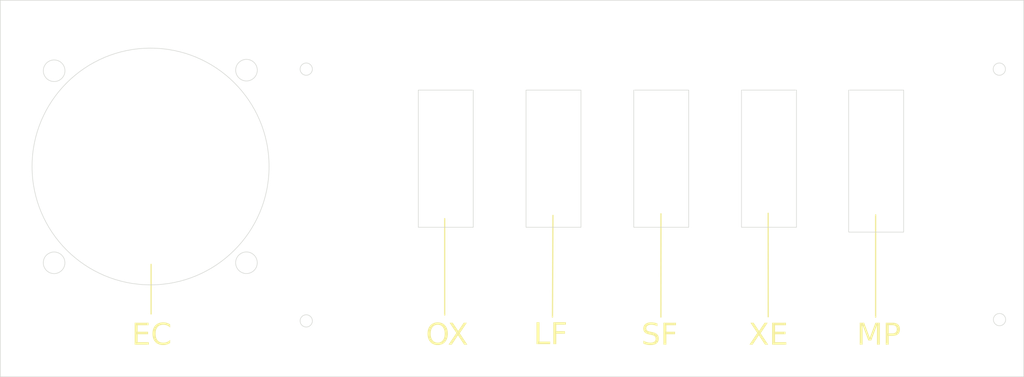
<source format=kicad_pcb>
(kicad_pcb (version 20221018) (generator pcbnew)

  (general
    (thickness 1.6)
  )

  (paper "A4")
  (layers
    (0 "F.Cu" signal)
    (31 "B.Cu" signal)
    (32 "B.Adhes" user "B.Adhesive")
    (33 "F.Adhes" user "F.Adhesive")
    (34 "B.Paste" user)
    (35 "F.Paste" user)
    (36 "B.SilkS" user "B.Silkscreen")
    (37 "F.SilkS" user "F.Silkscreen")
    (38 "B.Mask" user)
    (39 "F.Mask" user)
    (40 "Dwgs.User" user "User.Drawings")
    (41 "Cmts.User" user "User.Comments")
    (42 "Eco1.User" user "User.Eco1")
    (43 "Eco2.User" user "User.Eco2")
    (44 "Edge.Cuts" user)
    (45 "Margin" user)
    (46 "B.CrtYd" user "B.Courtyard")
    (47 "F.CrtYd" user "F.Courtyard")
    (48 "B.Fab" user)
    (49 "F.Fab" user)
    (50 "User.1" user)
    (51 "User.2" user)
    (52 "User.3" user)
    (53 "User.4" user)
    (54 "User.5" user)
    (55 "User.6" user)
    (56 "User.7" user)
    (57 "User.8" user)
    (58 "User.9" user)
  )

  (setup
    (pad_to_mask_clearance 0)
    (pcbplotparams
      (layerselection 0x00010fc_ffffffff)
      (plot_on_all_layers_selection 0x0000000_00000000)
      (disableapertmacros false)
      (usegerberextensions false)
      (usegerberattributes true)
      (usegerberadvancedattributes true)
      (creategerberjobfile true)
      (dashed_line_dash_ratio 12.000000)
      (dashed_line_gap_ratio 3.000000)
      (svgprecision 4)
      (plotframeref false)
      (viasonmask false)
      (mode 1)
      (useauxorigin false)
      (hpglpennumber 1)
      (hpglpenspeed 20)
      (hpglpendiameter 15.000000)
      (dxfpolygonmode true)
      (dxfimperialunits true)
      (dxfusepcbnewfont true)
      (psnegative false)
      (psa4output false)
      (plotreference true)
      (plotvalue true)
      (plotinvisibletext false)
      (sketchpadsonfab false)
      (subtractmaskfromsilk false)
      (outputformat 1)
      (mirror false)
      (drillshape 1)
      (scaleselection 1)
      (outputdirectory "")
    )
  )

  (net 0 "")

  (gr_line (start 102.6 40) (end 102.51 58.88)
    (stroke (width 0.25) (type default)) (layer "F.SilkS") (tstamp 184fc995-2e56-438c-868e-202733247cee))
  (gr_line (start 162.5 39.9) (end 162.5 58.9)
    (stroke (width 0.25) (type default)) (layer "F.SilkS") (tstamp 6f205ed2-4bd0-4a89-9c34-375f8ce6d5dc))
  (gr_line (start 142.55 39.6) (end 142.56 58.83)
    (stroke (width 0.25) (type default)) (layer "F.SilkS") (tstamp 7a0b3623-a5ef-4caf-b4ff-bdca2db9245c))
  (gr_line (start 28 49.1) (end 28 58.3)
    (stroke (width 0.25) (type default)) (layer "F.SilkS") (tstamp 7db0034b-c995-4e64-a488-d2569b6033d7))
  (gr_line (start 82.5 40.6) (end 82.5 58.5)
    (stroke (width 0.25) (type default)) (layer "F.SilkS") (tstamp a3e383f4-99b9-47fd-b7f1-635da89289f7))
  (gr_line (start 122.65 39.7) (end 122.64 58.88)
    (stroke (width 0.25) (type default)) (layer "F.SilkS") (tstamp f14d3067-9a81-4e95-8fe8-44e1755a63db))
  (gr_circle (center 45.70771 12.99229) (end 47.00771 14.52229)
    (stroke (width 0.1) (type default)) (fill none) (layer "Edge.Cuts") (tstamp 062af612-d4c8-43cb-9bec-cf858486a8bc))
  (gr_rect (start 137.6 16.7) (end 147.8 42.2)
    (stroke (width 0.1) (type default)) (fill none) (layer "Edge.Cuts") (tstamp 0e5db65e-a07b-497a-a017-6e3ecc12315a))
  (gr_circle (center 9.99229 48.8) (end 11.29229 50.33)
    (stroke (width 0.1) (type default)) (fill none) (layer "Edge.Cuts") (tstamp 3a7f3aa5-54e1-45e6-966f-b151d619cd21))
  (gr_rect (start 157.5 16.7) (end 167.7 43.1)
    (stroke (width 0.1) (type default)) (fill none) (layer "Edge.Cuts") (tstamp 420945c5-d70b-451e-b681-5cea18ffe300))
  (gr_rect (start 117.6 16.7) (end 127.8 42.2)
    (stroke (width 0.1) (type default)) (fill none) (layer "Edge.Cuts") (tstamp 50b6d9cc-6f63-4704-a9c5-116d6bf31936))
  (gr_circle (center 56.8 12.8) (end 57.5 13.7)
    (stroke (width 0.1) (type default)) (fill none) (layer "Edge.Cuts") (tstamp 6278385c-3b9c-4b5d-856e-d840f8de3f9a))
  (gr_circle (center 27.9 30.9) (end 49.9 30.9)
    (stroke (width 0.1) (type default)) (fill none) (layer "Edge.Cuts") (tstamp 6edee0d8-68fb-4306-8bf5-9b38dcb99d66))
  (gr_rect (start 0 0) (end 190 70)
    (stroke (width 0.1) (type default)) (fill none) (layer "Edge.Cuts") (tstamp 749b8064-e0ab-4ccb-8d8d-055249990444))
  (gr_rect (start 77.6 16.7) (end 87.8 42.2)
    (stroke (width 0.1) (type default)) (fill none) (layer "Edge.Cuts") (tstamp 8027a3ba-0ca6-4981-bfb7-034446b264a6))
  (gr_circle (center 10 13.1) (end 11.3 14.63)
    (stroke (width 0.1) (type default)) (fill none) (layer "Edge.Cuts") (tstamp 84c5646d-c8b4-4882-930e-96544d85e6ed))
  (gr_circle (center 45.7 48.79229) (end 47 50.32229)
    (stroke (width 0.1) (type default)) (fill none) (layer "Edge.Cuts") (tstamp 8b73615b-32de-476f-9d15-783edf3dd20b))
  (gr_circle (center 185.459825 12.8) (end 186.159825 13.7)
    (stroke (width 0.1) (type default)) (fill none) (layer "Edge.Cuts") (tstamp a30a04cc-a0ac-4ca7-aeb6-873283cb2a0c))
  (gr_circle (center 56.8 59.6) (end 57.5 60.5)
    (stroke (width 0.1) (type default)) (fill none) (layer "Edge.Cuts") (tstamp d388353f-0a9e-4881-9524-18da9a50962b))
  (gr_rect (start 97.6 16.7) (end 107.8 42.2)
    (stroke (width 0.1) (type default)) (fill none) (layer "Edge.Cuts") (tstamp d49693db-d111-4c23-9e9d-93edfc0bfcdf))
  (gr_circle (center 185.5 59.359825) (end 186.2 60.259825)
    (stroke (width 0.1) (type default)) (fill none) (layer "Edge.Cuts") (tstamp fa670c12-559d-4039-b461-d68eddd59b14))
  (gr_text "LF" (at 99 64.6) (layer "F.SilkS") (tstamp 6222b185-90d4-4b00-ac3b-7a5f03729a5a)
    (effects (font (face "Droid Sans Mono") (size 4 4) (thickness 0.15)) (justify left bottom))
    (render_cache "LF" 0
      (polygon
        (pts
          (xy 99.639916 63.92)          (xy 99.639916 59.918325)          (xy 100.153803 59.918325)          (xy 100.153803 63.469616)
          (xy 101.898674 63.469616)          (xy 101.898674 63.92)
        )
      )
      (polygon
        (pts
          (xy 103.541939 63.92)          (xy 103.030983 63.92)          (xy 103.030983 59.918325)          (xy 105.342498 59.918325)
          (xy 105.342498 60.368709)          (xy 103.541939 60.368709)          (xy 103.541939 61.79411)          (xy 105.237962 61.79411)
          (xy 105.237962 62.244494)          (xy 103.541939 62.244494)
        )
      )
    )
  )
  (gr_text "XE" (at 138.9 64.7) (layer "F.SilkS") (tstamp 6250381e-88de-4a69-a5ad-a52c71bb9f0a)
    (effects (font (face "Droid Sans Mono") (size 4 4) (thickness 0.15)) (justify left bottom))
    (render_cache "XE" 0
      (polygon
        (pts
          (xy 142.125959 64.02)          (xy 141.545638 64.02)          (xy 140.570621 62.281967)          (xy 139.565317 64.02)
          (xy 139.045568 64.02)          (xy 140.29023 61.929281)          (xy 139.130565 60.018325)          (xy 139.677669 60.018325)
          (xy 140.587229 61.548262)          (xy 141.504605 60.018325)          (xy 142.029239 60.018325)          (xy 140.870551 61.912672)
        )
      )
      (polygon
        (pts
          (xy 145.170202 64.02)          (xy 142.856734 64.02)          (xy 142.856734 60.018325)          (xy 145.170202 60.018325)
          (xy 145.170202 60.468709)          (xy 143.36769 60.468709)          (xy 143.36769 61.706531)          (xy 145.063712 61.706531)
          (xy 145.063712 62.156915)          (xy 143.36769 62.156915)          (xy 143.36769 63.569616)          (xy 145.170202 63.569616)
        )
      )
    )
  )
  (gr_text "EC" (at 24.4 64.7) (layer "F.SilkS") (tstamp 83b326e2-2118-4f2a-bff2-676941c6d712)
    (effects (font (face "Droid Sans Mono") (size 4 4) (thickness 0.15)) (justify left bottom))
    (render_cache "EC" 0
      (polygon
        (pts
          (xy 27.30942 64.02)          (xy 24.995952 64.02)          (xy 24.995952 60.018325)          (xy 27.30942 60.018325)
          (xy 27.30942 60.468709)          (xy 25.506908 60.468709)          (xy 25.506908 61.706531)          (xy 27.20293 61.706531)
          (xy 27.20293 62.156915)          (xy 25.506908 62.156915)          (xy 25.506908 63.569616)          (xy 27.30942 63.569616)
        )
      )
      (polygon
        (pts
          (xy 30.848988 63.472896)          (xy 30.848988 63.919371)          (xy 30.79809 63.939128)          (xy 30.74578 63.957611)
          (xy 30.692058 63.974818)          (xy 30.636924 63.990751)          (xy 30.580378 64.00541)          (xy 30.52242 64.018794)
          (xy 30.46305 64.030903)          (xy 30.402267 64.041737)          (xy 30.340073 64.051297)          (xy 30.276467 64.059582)
          (xy 30.211449 64.066593)          (xy 30.145019 64.072329)          (xy 30.077176 64.07679)          (xy 30.007922 64.079976)
          (xy 29.937256 64.081888)          (xy 29.865177 64.082526)          (xy 29.812505 64.082)          (xy 29.760611 64.080423)
          (xy 29.709496 64.077794)          (xy 29.659159 64.074115)          (xy 29.6096 64.069383)          (xy 29.56082 64.063601)
          (xy 29.512819 64.056767)          (xy 29.465596 64.048881)          (xy 29.419152 64.039944)          (xy 29.373486 64.029956)
          (xy 29.328599 64.018917)          (xy 29.28449 64.006826)          (xy 29.24116 63.993683)          (xy 29.198608 63.97949)
          (xy 29.156835 63.964244)          (xy 29.11584 63.947948)          (xy 29.075624 63.9306)          (xy 29.036187 63.912201)
          (xy 28.997528 63.89275)          (xy 28.959647 63.872248)          (xy 28.922545 63.850694)          (xy 28.886222 63.828089)
          (xy 28.850677 63.804433)          (xy 28.81591 63.779726)          (xy 28.781922 63.753967)          (xy 28.748713 63.727156)
          (xy 28.716282 63.699294)          (xy 28.68463 63.670381)          (xy 28.653756 63.640417)          (xy 28.623661 63.609401)
          (xy 28.594344 63.577333)          (xy 28.565806 63.544214)          (xy 28.538096 63.510128)          (xy 28.511267 63.475159)
          (xy 28.485317 63.439305)          (xy 28.460247 63.402569)          (xy 28.436056 63.364949)          (xy 28.412745 63.326445)
          (xy 28.390314 63.287058)          (xy 28.368763 63.246788)          (xy 28.348091 63.205634)          (xy 28.328298 63.163596)
          (xy 28.309386 63.120675)          (xy 28.291353 63.076871)          (xy 28.2742 63.032183)          (xy 28.257926 62.986612)
          (xy 28.242532 62.940157)          (xy 28.228018 62.892819)          (xy 28.214383 62.844597)          (xy 28.201628 62.795492)
          (xy 28.189753 62.745503)          (xy 28.178757 62.694631)          (xy 28.168641 62.642875)          (xy 28.159404 62.590236)
          (xy 28.151048 62.536714)          (xy 28.143571 62.482308)          (xy 28.136973 62.427018)          (xy 28.131255 62.370845)
          (xy 28.126417 62.313789)          (xy 28.122459 62.255849)          (xy 28.11938 62.197025)          (xy 28.117181 62.137318)
          (xy 28.115862 62.076728)          (xy 28.115422 62.015254)          (xy 28.115902 61.956229)          (xy 28.117341 61.897979)
          (xy 28.119741 61.840504)          (xy 28.1231 61.783804)          (xy 28.127419 61.727878)          (xy 28.132698 61.672727)
          (xy 28.138937 61.61835)          (xy 28.146135 61.564748)          (xy 28.154294 61.511921)          (xy 28.163412 61.459869)
          (xy 28.173489 61.408591)          (xy 28.184527 61.358088)          (xy 28.196525 61.30836)          (xy 28.209482 61.259407)
          (xy 28.223399 61.211228)          (xy 28.238276 61.163824)          (xy 28.254113 61.117194)          (xy 28.270909 61.07134)
          (xy 28.288665 61.02626)          (xy 28.307381 60.981954)          (xy 28.327057 60.938424)          (xy 28.347693 60.895668)
          (xy 28.369288 60.853687)          (xy 28.391844 60.81248)          (xy 28.415359 60.772049)          (xy 28.439833 60.732392)
          (xy 28.465268 60.693509)          (xy 28.491663 60.655402)          (xy 28.519017 60.618069)          (xy 28.547331 60.581511)
          (xy 28.576605 60.545727)          (xy 28.606838 60.510718)          (xy 28.637964 60.476578)          (xy 28.669792 60.443521)
          (xy 28.702322 60.411548)          (xy 28.735554 60.380659)          (xy 28.769489 60.350854)          (xy 28.804125 60.322132)
          (xy 28.839464 60.294495)          (xy 28.875505 60.267941)          (xy 28.912249 60.242471)          (xy 28.949694 60.218085)
          (xy 28.987842 60.194783)          (xy 29.026692 60.172564)          (xy 29.066244 60.151429)          (xy 29.106498 60.131379)
          (xy 29.147455 60.112412)          (xy 29.189113 60.094528)          (xy 29.231474 60.077729)          (xy 29.274537 60.062014)
          (xy 29.318302 60.047382)          (xy 29.36277 60.033834)          (xy 29.40794 60.02137)          (xy 29.453811 60.00999)
          (xy 29.500385 59.999694)          (xy 29.547662 59.990481)          (xy 29.59564 59.982352)          (xy 29.644321 59.975307)
          (xy 29.693704 59.969346)          (xy 29.743789 59.964469)          (xy 29.794576 59.960676)          (xy 29.846065 59.957966)
          (xy 29.898257 59.95634)          (xy 29.951151 59.955799)          (xy 30.02613 59.956722)          (xy 30.09988 59.959493)
          (xy 30.172401 59.96411)          (xy 30.243693 59.970575)          (xy 30.313756 59.978887)          (xy 30.382591 59.989046)
          (xy 30.450196 60.001052)          (xy 30.516573 60.014905)          (xy 30.581721 60.030606)          (xy 30.64564 60.048153)
          (xy 30.70833 60.067547)          (xy 30.769792 60.088789)          (xy 30.830024 60.111877)          (xy 30.889028 60.136813)
          (xy 30.946803 60.163596)          (xy 31.003349 60.192226)          (xy 30.789392 60.621116)          (xy 30.73643 60.595089)
          (xy 30.683544 60.570741)          (xy 30.630734 60.548072)          (xy 30.578 60.527083)          (xy 30.525343 60.507772)
          (xy 30.472762 60.490141)          (xy 30.420257 60.474189)          (xy 30.367829 60.459916)          (xy 30.315477 60.447322)
          (xy 30.263202 60.436407)          (xy 30.211002 60.427172)          (xy 30.158879 60.419616)          (xy 30.106833 60.413739)
          (xy 30.054863 60.409541)          (xy 30.002969 60.407022)          (xy 29.951151 60.406182)          (xy 29.878202 60.407881)
          (xy 29.807124 60.412975)          (xy 29.737915 60.421467)          (xy 29.670577 60.433354)          (xy 29.605108 60.448639)
          (xy 29.54151 60.467319)          (xy 29.479781 60.489397)          (xy 29.419923 60.51487)          (xy 29.361934 60.543741)
          (xy 29.305816 60.576007)          (xy 29.251567 60.611671)          (xy 29.199188 60.65073)          (xy 29.14868 60.693187)
          (xy 29.100041 60.73904)          (xy 29.053272 60.788289)          (xy 29.008374 60.840935)          (xy 28.965784 60.896485)
          (xy 28.925942 60.954446)          (xy 28.888847 61.01482)          (xy 28.854501 61.077606)          (xy 28.822902 61.142803)
          (xy 28.79405 61.210413)          (xy 28.767947 61.280434)          (xy 28.744591 61.352868)          (xy 28.723983 61.427713)
          (xy 28.71471 61.46604)          (xy 28.706123 61.50497)          (xy 28.698223 61.544503)          (xy 28.69101 61.584639)
          (xy 28.684485 61.625378)          (xy 28.678646 61.66672)          (xy 28.673494 61.708665)          (xy 28.669029 61.751212)
          (xy 28.665251 61.794363)          (xy 28.662159 61.838117)          (xy 28.659755 61.882474)          (xy 28.658038 61.927434)
          (xy 28.657007 61.972996)          (xy 28.656664 62.019162)          (xy 28.656985 62.068012)          (xy 28.65795 62.11613)
          (xy 28.659558 62.163518)          (xy 28.661808 62.210175)          (xy 28.664702 62.256102)          (xy 28.668239 62.301297)
          (xy 28.672418 62.345762)          (xy 28.677241 62.389495)          (xy 28.682707 62.432498)          (xy 28.688816 62.47477)
          (xy 28.695568 62.516312)          (xy 28.702963 62.557122)          (xy 28.711001 62.597202)          (xy 28.719682 62.636551)
          (xy 28.729006 62.675169)          (xy 28.738974 62.713056)          (xy 28.760837 62.786638)          (xy 28.785273 62.857297)
          (xy 28.812281 62.925032)          (xy 28.841861 62.989844)          (xy 28.874013 63.051733)          (xy 28.908738 63.110699)
          (xy 28.946034 63.166741)          (xy 28.985903 63.21986)          (xy 29.028367 63.269785)          (xy 29.073205 63.316489)
          (xy 29.120416 63.359971)          (xy 29.170001 63.400233)          (xy 29.22196 63.437274)          (xy 29.276293 63.471094)
          (xy 29.332999 63.501693)          (xy 29.392079 63.529071)          (xy 29.453533 63.553229)          (xy 29.51736 63.574165)
          (xy 29.583562 63.59188)          (xy 29.652137 63.606374)          (xy 29.723085 63.617648)          (xy 29.796408 63.6257)
          (xy 29.872104 63.630531)          (xy 29.950174 63.632142)          (xy 29.995588 63.63152)          (xy 30.042437 63.629654)
          (xy 30.09072 63.626543)          (xy 30.140439 63.622189)          (xy 30.191593 63.61659)          (xy 30.244181 63.609748)
          (xy 30.298205 63.601661)          (xy 30.353663 63.59233)          (xy 30.410556 63.581755)          (xy 30.468885 63.569936)
          (xy 30.528648 63.556873)          (xy 30.589846 63.542566)          (xy 30.652479 63.527014)          (xy 30.716547 63.510219)
          (xy 30.78205 63.492179)
        )
      )
    )
  )
  (gr_text "OX" (at 79 64.7) (layer "F.SilkS") (tstamp de040522-7cdf-4468-9c1e-db99e791ffc8)
    (effects (font (face "Droid Sans Mono") (size 4 4) (thickness 0.15)) (justify left bottom))
    (render_cache "OX" 0
      (polygon
        (pts
          (xy 80.741619 59.956322)          (xy 80.784621 59.957894)          (xy 80.826982 59.960513)          (xy 80.868702 59.964179)
          (xy 80.90978 59.968893)          (xy 80.950218 59.974655)          (xy 80.990014 59.981464)          (xy 81.029169 59.989321)
          (xy 81.067683 59.998225)          (xy 81.105556 60.008177)          (xy 81.179378 60.031224)          (xy 81.250636 60.058461)
          (xy 81.31933 60.089888)          (xy 81.385458 60.125505)          (xy 81.449023 60.165313)          (xy 81.510022 60.209311)
          (xy 81.568457 60.2575)          (xy 81.624328 60.309878)          (xy 81.677634 60.366447)          (xy 81.703325 60.396303)
          (xy 81.728375 60.427206)          (xy 81.752784 60.459157)          (xy 81.776552 60.492156)          (xy 81.799633 60.526062)
          (xy 81.821981 60.560857)          (xy 81.843597 60.596541)          (xy 81.86448 60.633114)          (xy 81.88463 60.670577)
          (xy 81.904047 60.708929)          (xy 81.922732 60.74817)          (xy 81.940683 60.7883)          (xy 81.957903 60.82932)
          (xy 81.974389 60.871228)          (xy 81.990143 60.914026)          (xy 82.005163 60.957713)          (xy 82.019452 61.002289)
          (xy 82.033007 61.047755)          (xy 82.04583 61.094109)          (xy 82.05792 61.141353)          (xy 82.069277 61.189486)
          (xy 82.079902 61.238509)          (xy 82.089794 61.28842)          (xy 82.098953 61.339221)          (xy 82.107379 61.39091)
          (xy 82.115073 61.443489)          (xy 82.122034 61.496958)          (xy 82.128262 61.551315)          (xy 82.133757 61.606562)
          (xy 82.13852 61.662697)          (xy 82.14255 61.719722)          (xy 82.145847 61.777636)          (xy 82.148412 61.83644)
          (xy 82.150244 61.896132)          (xy 82.151343 61.956714)          (xy 82.151709 62.018185)          (xy 82.151339 62.079598)
          (xy 82.150228 62.140127)          (xy 82.148378 62.199773)          (xy 82.145786 62.258535)          (xy 82.142455 62.316414)
          (xy 82.138383 62.37341)          (xy 82.13357 62.429522)          (xy 82.128018 62.48475)          (xy 82.121725 62.539095)
          (xy 82.114691 62.592557)          (xy 82.106917 62.645135)          (xy 82.098403 62.696829)          (xy 82.089149 62.74764)
          (xy 82.079154 62.797568)          (xy 82.068419 62.846612)          (xy 82.056943 62.894773)          (xy 82.044727 62.94205)
          (xy 82.031771 62.988444)          (xy 82.018074 63.033954)          (xy 82.003637 63.078581)          (xy 81.98846 63.122324)
          (xy 81.972542 63.165184)          (xy 81.955884 63.20716)          (xy 81.938485 63.248253)          (xy 81.920346 63.288463)
          (xy 81.901467 63.327789)          (xy 81.881848 63.366231)          (xy 81.861488 63.40379)          (xy 81.840387 63.440466)
          (xy 81.818547 63.476258)          (xy 81.795966 63.511166)          (xy 81.772644 63.545191)          (xy 81.748638 63.57825)
          (xy 81.724002 63.610259)          (xy 81.698736 63.641219)          (xy 81.672841 63.671129)          (xy 81.646315 63.69999)
          (xy 81.591376 63.754563)          (xy 81.533918 63.804938)          (xy 81.473941 63.851115)          (xy 81.411445 63.893094)
          (xy 81.346431 63.930876)          (xy 81.278898 63.964459)          (xy 81.208846 63.993845)          (xy 81.136275 64.019032)
          (xy 81.061186 64.040022)          (xy 81.022697 64.048942)          (xy 80.983578 64.056813)          (xy 80.943829 64.063635)
          (xy 80.903451 64.069407)          (xy 80.862443 64.07413)          (xy 80.820805 64.077803)          (xy 80.778538 64.080427)
          (xy 80.735641 64.082001)          (xy 80.692114 64.082526)          (xy 80.602194 64.080504)          (xy 80.515129 64.074439)
          (xy 80.430919 64.064331)          (xy 80.349563 64.050179)          (xy 80.271062 64.031984)          (xy 80.195416 64.009745)
          (xy 80.122624 63.983463)          (xy 80.052686 63.953138)          (xy 79.985603 63.918769)          (xy 79.921375 63.880357)
          (xy 79.860001 63.837902)          (xy 79.801482 63.791403)          (xy 79.745818 63.740861)          (xy 79.693008 63.686276)
          (xy 79.643053 63.627647)          (xy 79.595952 63.564975)          (xy 79.551706 63.49826)          (xy 79.510314 63.427501)
          (xy 79.471777 63.352698)          (xy 79.436095 63.273853)          (xy 79.403267 63.190964)          (xy 79.373294 63.104032)
          (xy 79.346176 63.013056)          (xy 79.321912 62.918037)          (xy 79.300502 62.818974)          (xy 79.281947 62.715869)
          (xy 79.266247 62.608719)          (xy 79.253401 62.497527)          (xy 79.24341 62.382291)          (xy 79.236274 62.263012)
          (xy 79.231992 62.139689)          (xy 79.230609 62.016231)          (xy 79.771807 62.016231)          (xy 79.772706 62.115648)
          (xy 79.775402 62.211908)          (xy 79.779896 62.305012)          (xy 79.786187 62.39496)          (xy 79.794275 62.481752)
          (xy 79.804161 62.565388)          (xy 79.815845 62.645868)          (xy 79.829326 62.723192)          (xy 79.844605 62.79736)
          (xy 79.861681 62.868372)          (xy 79.880554 62.936227)          (xy 79.901225 63.000927)          (xy 79.923694 63.06247)
          (xy 79.947959 63.120858)          (xy 79.974023 63.176089)          (xy 80.001884 63.228164)          (xy 80.031542 63.277083)
          (xy 80.062998 63.322846)          (xy 80.096251 63.365453)          (xy 80.131302 63.404904)          (xy 80.16815 63.441199)
          (xy 80.206796 63.474338)          (xy 80.247239 63.504321)          (xy 80.28948 63.531147)          (xy 80.333518 63.554818)
          (xy 80.379353 63.575332)          (xy 80.426986 63.592691)          (xy 80.476417 63.606893)          (xy 80.527645 63.61794)
          (xy 80.580671 63.62583)          (xy 80.635493 63.630564)          (xy 80.692114 63.632142)          (xy 80.750591 63.630592)
          (xy 80.807076 63.625944)          (xy 80.861569 63.618197)          (xy 80.91407 63.607351)          (xy 80.964578 63.593406)
          (xy 81.013095 63.576363)          (xy 81.059619 63.55622)          (xy 81.104152 63.532979)          (xy 81.146692 63.506639)
          (xy 81.18724 63.4772)          (xy 81.225796 63.444663)          (xy 81.26236 63.409026)          (xy 81.296932 63.370291)
          (xy 81.329511 63.328456)          (xy 81.360099 63.283523)          (xy 81.388695 63.235491)          (xy 81.41555 63.184132)
          (xy 81.440672 63.12946)          (xy 81.464063 63.071475)          (xy 81.48572 63.010177)          (xy 81.505645 62.945568)
          (xy 81.523837 62.877645)          (xy 81.540297 62.80641)          (xy 81.555024 62.731863)          (xy 81.561738 62.693347)
          (xy 81.568018 62.654003)          (xy 81.573866 62.61383)          (xy 81.57928 62.57283)          (xy 81.584262 62.531002)
          (xy 81.58881 62.488345)          (xy 81.592924 62.44486)          (xy 81.596606 62.400547)          (xy 81.599855 62.355406)
          (xy 81.60267 62.309437)          (xy 81.605053 62.26264)          (xy 81.607002 62.215014)          (xy 81.608518 62.166561)
          (xy 81.609601 62.117279)          (xy 81.61025 62.067169)          (xy 81.610467 62.016231)          (xy 81.610248 61.96482)
          (xy 81.609589 61.914267)          (xy 81.608492 61.864574)          (xy 81.606956 61.815738)          (xy 81.604981 61.767762)
          (xy 81.602567 61.720644)          (xy 81.599715 61.674385)          (xy 81.596423 61.628984)          (xy 81.592693 61.584442)
          (xy 81.588523 61.540759)          (xy 81.583915 61.497935)          (xy 81.578868 61.455969)          (xy 81.573382 61.414861)
          (xy 81.567457 61.374613)          (xy 81.561094 61.335223)          (xy 81.554291 61.296692)          (xy 81.539369 61.222205)
          (xy 81.522692 61.151154)          (xy 81.50426 61.083536)          (xy 81.484071 61.019354)          (xy 81.462128 60.958606)
          (xy 81.438428 60.901293)          (xy 81.412974 60.847415)          (xy 81.385764 60.796971)          (xy 81.356859 60.749649)
          (xy 81.326077 60.70538)          (xy 81.293417 60.664164)          (xy 81.258879 60.626001)          (xy 81.222464 60.590891)
          (xy 81.184172 60.558834)          (xy 81.144001 60.52983)          (xy 81.101953 60.503879)          (xy 81.058028 60.480982)
          (xy 81.012225 60.461137)          (xy 80.964544 60.444345)          (xy 80.914986 60.430607)          (xy 80.86355 60.419921)
          (xy 80.810236 60.412288)          (xy 80.755045 60.407709)          (xy 80.697976 60.406182)          (xy 80.640995 60.407755)
          (xy 80.585823 60.412472)          (xy 80.532459 60.420333)          (xy 80.480905 60.431339)          (xy 80.43116 60.44549)
          (xy 80.383223 60.462786)          (xy 80.337096 60.483226)          (xy 80.292777 60.50681)          (xy 80.250267 60.53354)
          (xy 80.209566 60.563414)          (xy 80.170675 60.596432)          (xy 80.133592 60.632595)          (xy 80.098318 60.671903)
          (xy 80.064853 60.714356)          (xy 80.033196 60.759953)          (xy 80.003349 60.808695)          (xy 79.975311 60.860581)
          (xy 79.949081 60.915612)          (xy 79.924661 60.973787)          (xy 79.902049 61.035108)          (xy 79.881247 61.099573)
          (xy 79.862253 61.167182)          (xy 79.845068 61.237936)          (xy 79.829692 61.311835)          (xy 79.816126 61.388878)
          (xy 79.804368 61.469066)          (xy 79.794418 61.552399)          (xy 79.786278 61.638876)          (xy 79.779947 61.728498)
          (xy 79.775425 61.821264)          (xy 79.772711 61.917175)          (xy 79.771807 62.016231)          (xy 79.230609 62.016231)
          (xy 79.230565 62.012323)          (xy 79.231998 61.885799)          (xy 79.236297 61.763291)          (xy 79.243462 61.6448)
          (xy 79.253493 61.530325)          (xy 79.26639 61.419867)          (xy 79.282153 61.313426)          (xy 79.300783 61.211002)
          (xy 79.322278 61.112594)          (xy 79.346639 61.018202)          (xy 79.373867 60.927828)          (xy 79.40396 60.84147)
          (xy 79.436919 60.759129)          (xy 79.472745 60.680804)          (xy 79.511436 60.606496)          (xy 79.552994 60.536204)
          (xy 79.597418 60.46993)          (xy 79.644707 60.407672)          (xy 79.694863 60.34943)          (xy 79.747884 60.295205)
          (xy 79.803772 60.244997)          (xy 79.862526 60.198806)          (xy 79.924146 60.156631)          (xy 79.988632 60.118473)
          (xy 80.055983 60.084331)          (xy 80.126201 60.054206)          (xy 80.199285 60.028098)          (xy 80.275235 60.006007)
          (xy 80.354051 59.987932)          (xy 80.435733 59.973873)          (xy 80.520281 59.963832)          (xy 80.607696 59.957807)
          (xy 80.697976 59.955799)
        )
      )
      (polygon
        (pts
          (xy 85.586741 64.02)          (xy 85.00642 64.02)          (xy 84.031402 62.281967)          (xy 83.026099 64.02)
          (xy 82.50635 64.02)          (xy 83.751011 61.929281)          (xy 82.591346 60.018325)          (xy 83.13845 60.018325)
          (xy 84.048011 61.548262)          (xy 84.965387 60.018325)          (xy 85.49002 60.018325)          (xy 84.331332 61.912672)
        )
      )
    )
  )
  (gr_text "MP" (at 159 64.7) (layer "F.SilkS") (tstamp eae28d83-e2b8-4bac-abbb-33ca7bdd600a)
    (effects (font (face "Droid Sans Mono") (size 4 4) (thickness 0.15)) (justify left bottom))
    (render_cache "MP" 0
      (polygon
        (pts
          (xy 160.461549 64.02)          (xy 159.698534 60.518534)          (xy 159.676064 60.502903)          (xy 159.679129 60.548238)
          (xy 159.682097 60.592898)          (xy 159.684968 60.636883)          (xy 159.687742 60.680192)          (xy 159.690418 60.722826)
          (xy 159.692997 60.764784)          (xy 159.695478 60.806067)          (xy 159.697862 60.846674)          (xy 159.700149 60.886606)
          (xy 159.702339 60.925862)          (xy 159.706426 61.002349)          (xy 159.710124 61.076133)          (xy 159.713433 61.147215)
          (xy 159.716352 61.215595)          (xy 159.718883 61.281274)          (xy 159.721023 61.34425)          (xy 159.722775 61.404525)
          (xy 159.724138 61.462098)          (xy 159.725111 61.516968)          (xy 159.725695 61.569137)          (xy 159.725889 61.618604)
          (xy 159.725889 64.02)          (xy 159.310676 64.02)          (xy 159.310676 60.018325)          (xy 159.989672 60.018325)
          (xy 160.670621 63.278478)          (xy 160.687229 63.278478)          (xy 161.37404 60.018325)          (xy 162.066713 60.018325)
          (xy 162.066713 64.02)          (xy 161.645638 64.02)          (xy 161.645638 61.583433)          (xy 161.645981 61.526343)
          (xy 161.646592 61.483265)          (xy 161.647508 61.436172)          (xy 161.648729 61.385064)          (xy 161.650256 61.329941)
          (xy 161.652088 61.270804)          (xy 161.654225 61.207652)          (xy 161.656667 61.140485)          (xy 161.659415 61.069304)
          (xy 161.662468 60.994107)          (xy 161.664109 60.955004)          (xy 161.665826 60.914896)          (xy 161.66762 60.873785)
          (xy 161.66949 60.831671)          (xy 161.671436 60.788552)          (xy 161.673459 60.74443)          (xy 161.675558 60.699304)
          (xy 161.677733 60.653175)          (xy 161.679985 60.606042)          (xy 161.682313 60.557905)          (xy 161.684717 60.508764)
          (xy 161.663224 60.508764)          (xy 160.885554 64.02)
        )
      )
      (polygon
        (pts
          (xy 164.041136 60.019466)          (xy 164.125291 60.022889)          (xy 164.206686 60.028594)          (xy 164.285323 60.036582)
          (xy 164.361201 60.046851)          (xy 164.434319 60.059403)          (xy 164.504678 60.074237)          (xy 164.572278 60.091353)
          (xy 164.637119 60.110752)          (xy 164.6992 60.132432)          (xy 164.758523 60.156394)          (xy 164.815086 60.182639)
          (xy 164.86889 60.211166)          (xy 164.919935 60.241975)          (xy 164.96822 60.275066)          (xy 165.013747 60.310439)
          (xy 165.056514 60.348095)          (xy 165.096522 60.388032)          (xy 165.133771 60.430252)          (xy 165.168261 60.474754)
          (xy 165.199992 60.521537)          (xy 165.228963 60.570604)          (xy 165.255175 60.621952)          (xy 165.278628 60.675582)
          (xy 165.299322 60.731495)          (xy 165.317257 60.789689)          (xy 165.332432 60.850166)          (xy 165.344849 60.912925)
          (xy 165.354506 60.977966)          (xy 165.361404 61.04529)          (xy 165.365542 61.114895)          (xy 165.366922 61.186782)
          (xy 165.365434 61.260498)          (xy 165.360969 61.332168)          (xy 165.353527 61.401793)          (xy 165.343108 61.469371)
          (xy 165.329713 61.534905)          (xy 165.313341 61.598393)          (xy 165.293993 61.659835)          (xy 165.271667 61.719232)
          (xy 165.246365 61.776583)          (xy 165.218087 61.831889)          (xy 165.186831 61.885149)          (xy 165.152599 61.936364)
          (xy 165.11539 61.985533)          (xy 165.075204 62.032657)          (xy 165.032042 62.077735)          (xy 164.985903 62.120767)
          (xy 164.937047 62.161346)          (xy 164.885489 62.199306)          (xy 164.831229 62.234649)          (xy 164.774267 62.267374)
          (xy 164.714603 62.297481)          (xy 164.652237 62.324969)          (xy 164.587169 62.34984)          (xy 164.519399 62.372093)
          (xy 164.448928 62.391728)          (xy 164.375754 62.408745)          (xy 164.299878 62.423144)          (xy 164.260927 62.429361)
          (xy 164.221301 62.434924)          (xy 164.180999 62.439833)          (xy 164.140022 62.444087)          (xy 164.098369 62.447687)
          (xy 164.05604 62.450632)          (xy 164.013036 62.452923)          (xy 163.969357 62.454559)          (xy 163.925002 62.455541)
          (xy 163.879972 62.455868)          (xy 163.355338 62.455868)          (xy 163.355338 64.02)          (xy 162.844382 64.02)
          (xy 162.844382 60.455031)          (xy 163.355338 60.455031)          (xy 163.355338 62.019162)          (xy 163.82233 62.019162)
          (xy 163.889142 62.018399)          (xy 163.953534 62.016109)          (xy 164.015507 62.012293)          (xy 164.075061 62.00695)
          (xy 164.132194 62.000081)          (xy 164.186909 61.991685)          (xy 164.239203 61.981762)          (xy 164.289078 61.970314)
          (xy 164.336534 61.957338)          (xy 164.38157 61.942836)          (xy 164.424187 61.926808)          (xy 164.464384 61.909253)
          (xy 164.502161 61.890171)          (xy 164.537519 61.869563)          (xy 164.570458 61.847429)          (xy 164.600976 61.823768)
          (xy 164.643054 61.785191)          (xy 164.680993 61.742733)          (xy 164.714793 61.696393)          (xy 164.744454 61.646173)
          (xy 164.761929 61.610536)          (xy 164.777564 61.573175)          (xy 164.79136 61.534088)          (xy 164.803316 61.493277)
          (xy 164.813433 61.45074)          (xy 164.821711 61.406479)          (xy 164.828149 61.360493)          (xy 164.832748 61.312781)
          (xy 164.835507 61.263345)          (xy 164.836427 61.212184)          (xy 164.835519 61.165601)          (xy 164.832797 61.120497)
          (xy 164.828261 61.076872)          (xy 164.821909 61.034726)          (xy 164.813743 60.994059)          (xy 164.803763 60.95487)
          (xy 164.791968 60.91716)          (xy 164.762933 60.846177)          (xy 164.72664 60.781109)          (xy 164.683089 60.721957)
          (xy 164.632279 60.66872)          (xy 164.57421 60.621397)          (xy 164.508883 60.579991)          (xy 164.473497 60.561506)
          (xy 164.436297 60.544499)          (xy 164.397282 60.528972)          (xy 164.356452 60.514923)          (xy 164.313808 60.502353)
          (xy 164.269349 60.491262)          (xy 164.223076 60.48165)          (xy 164.174987 60.473516)          (xy 164.125085 60.466861)
          (xy 164.073367 60.461686)          (xy 164.019835 60.457989)          (xy 163.964488 60.45577)          (xy 163.907327 60.455031)
          (xy 163.355338 60.455031)          (xy 162.844382 60.455031)          (xy 162.844382 60.018325)          (xy 163.954221 60.018325)
        )
      )
    )
  )
  (gr_text "SF" (at 119 64.7) (layer "F.SilkS") (tstamp f415d0da-4e90-4c51-b093-a4ea6fc68d08)
    (effects (font (face "Droid Sans Mono") (size 4 4) (thickness 0.15)) (justify left bottom))
    (render_cache "SF" 0
      (polygon
        (pts
          (xy 119.387857 63.894947)          (xy 119.387857 63.410369)          (xy 119.460191 63.438881)          (xy 119.532357 63.465553)
          (xy 119.604356 63.490386)          (xy 119.676186 63.513379)          (xy 119.747848 63.534532)          (xy 119.819343 63.553847)
          (xy 119.890669 63.571322)          (xy 119.961828 63.586957)          (xy 120.032819 63.600753)          (xy 120.103641 63.612709)
          (xy 120.174296 63.622826)          (xy 120.244783 63.631104)          (xy 120.315102 63.637542)          (xy 120.385253 63.642141)
          (xy 120.455237 63.6449)          (xy 120.525052 63.645819)          (xy 120.584197 63.645171)          (xy 120.641464 63.643224)
          (xy 120.696854 63.639981)          (xy 120.750366 63.635439)          (xy 120.802 63.6296)          (xy 120.851757 63.622464)
          (xy 120.899636 63.61403)          (xy 120.945638 63.604298)          (xy 120.989762 63.593269)          (xy 121.032008 63.580942)
          (xy 121.072377 63.567318)          (xy 121.110868 63.552397)          (xy 121.147482 63.536177)          (xy 121.215076 63.499846)
          (xy 121.27516 63.458325)          (xy 121.327733 63.411613)          (xy 121.372796 63.359712)          (xy 121.410348 63.30262)
          (xy 121.44039 63.240338)          (xy 121.462921 63.172866)          (xy 121.477942 63.100204)          (xy 121.485453 63.022351)
          (xy 121.486392 62.981479)          (xy 121.484692 62.929149)          (xy 121.479591 62.879137)          (xy 121.47109 62.831444)
          (xy 121.459189 62.786069)          (xy 121.443888 62.743013)          (xy 121.425186 62.702275)          (xy 121.403084 62.663855)
          (xy 121.377581 62.627754)          (xy 121.348679 62.593971)          (xy 121.316376 62.562507)          (xy 121.292951 62.542819)
          (xy 121.253187 62.513378)          (xy 121.206432 62.482941)          (xy 121.171379 62.462096)          (xy 121.13322 62.440809)
          (xy 121.091955 62.419079)          (xy 121.047583 62.396907)          (xy 121.000104 62.374291)          (xy 120.949519 62.351233)
          (xy 120.895828 62.327732)          (xy 120.83903 62.303789)          (xy 120.779125 62.279403)          (xy 120.716115 62.254574)
          (xy 120.649997 62.229303)          (xy 120.580774 62.203588)          (xy 120.508443 62.177431)          (xy 120.438262 62.151973)
          (xy 120.370599 62.125911)          (xy 120.305455 62.099247)          (xy 120.242829 62.07198)          (xy 120.182723 62.044109)
          (xy 120.125135 62.015636)          (xy 120.070066 61.986559)          (xy 120.017515 61.95688)          (xy 119.967484 61.926598)
          (xy 119.919971 61.895713)          (xy 119.874977 61.864224)          (xy 119.832501 61.832133)          (xy 119.792545 61.799439)
          (xy 119.755107 61.766142)          (xy 119.720188 61.732242)          (xy 119.687787 61.697739)          (xy 119.657738 61.662285)
          (xy 119.629627 61.625534)          (xy 119.603455 61.587486)          (xy 119.579221 61.54814)          (xy 119.556927 61.507496)
          (xy 119.536571 61.465555)          (xy 119.518153 61.422317)          (xy 119.501674 61.37778)          (xy 119.487134 61.331947)
          (xy 119.474533 61.284815)          (xy 119.46387 61.236387)          (xy 119.455146 61.18666)          (xy 119.448361 61.135636)
          (xy 119.443514 61.083315)          (xy 119.440606 61.029696)          (xy 119.439637 60.97478)          (xy 119.441014 60.915871)
          (xy 119.445147 60.858581)          (xy 119.452036 60.802909)          (xy 119.46168 60.748855)          (xy 119.474079 60.696419)
          (xy 119.489233 60.645601)          (xy 119.507143 60.596402)          (xy 119.527808 60.54882)          (xy 119.551229 60.502857)
          (xy 119.577405 60.458511)          (xy 119.606336 60.415784)          (xy 119.638023 60.374675)          (xy 119.672465 60.335184)
          (xy 119.709662 60.297311)          (xy 119.749615 60.261056)          (xy 119.792323 60.22642)          (xy 119.837554 60.193649)
          (xy 119.88483 60.162993)          (xy 119.934152 60.134451)          (xy 119.985519 60.108023)          (xy 120.038932 60.083709)
          (xy 120.094391 60.06151)          (xy 120.151895 60.041425)          (xy 120.211444 60.023454)          (xy 120.273039 60.007597)
          (xy 120.33668 59.993855)          (xy 120.402366 59.982226)          (xy 120.470097 59.972712)          (xy 120.539874 59.965313)
          (xy 120.611697 59.960027)          (xy 120.685565 59.956856)          (xy 120.761479 59.955799)          (xy 120.800689 59.956007)
          (xy 120.878435 59.957679)          (xy 120.95528 59.961022)          (xy 121.031224 59.966037)          (xy 121.106268 59.972723)
          (xy 121.180411 59.981081)          (xy 121.253653 59.99111)          (xy 121.325995 60.002811)          (xy 121.397436 60.016183)
          (xy 121.467976 60.031227)          (xy 121.537616 60.047942)          (xy 121.606355 60.066329)          (xy 121.674193 60.086387)
          (xy 121.741131 60.108117)          (xy 121.807168 60.131519)          (xy 121.872305 60.156592)          (xy 121.904535 60.169755)
          (xy 121.728681 60.621116)          (xy 121.662647 60.595089)          (xy 121.597171 60.570741)          (xy 121.532252 60.548072)
          (xy 121.46789 60.527083)          (xy 121.404086 60.507772)          (xy 121.340838 60.490141)          (xy 121.278148 60.474189)
          (xy 121.216015 60.459916)          (xy 121.154439 60.447322)          (xy 121.09342 60.436407)          (xy 121.032959 60.427172)
          (xy 120.973054 60.419616)          (xy 120.913707 60.413739)          (xy 120.854917 60.409541)          (xy 120.796684 60.407022)
          (xy 120.739009 60.406182)          (xy 120.689481 60.406742)          (xy 120.641525 60.408422)          (xy 120.595142 60.411223)
          (xy 120.550331 60.415143)          (xy 120.507092 60.420183)          (xy 120.465426 60.426344)          (xy 120.425332 60.433624)
          (xy 120.38681 60.442025)          (xy 120.314484 60.462186)          (xy 120.248447 60.486828)          (xy 120.188699 60.51595)
          (xy 120.13524 60.549553)          (xy 120.088071 60.587636)          (xy 120.047191 60.630199)          (xy 120.0126 60.677242)
          (xy 119.984298 60.728766)          (xy 119.962286 60.78477)          (xy 119.946563 60.845255)          (xy 119.937129 60.910219)
          (xy 119.933984 60.979665)          (xy 119.935564 61.031268)          (xy 119.940304 61.08093)          (xy 119.948204 61.128652)
          (xy 119.959263 61.174433)          (xy 119.973483 61.218274)          (xy 119.990862 61.260174)          (xy 120.011401 61.300133)
          (xy 120.035101 61.338152)          (xy 120.06196 61.37423)          (xy 120.091979 61.408368)          (xy 120.113747 61.430048)
          (xy 120.150827 61.462145)          (xy 120.194656 61.494689)          (xy 120.227625 61.516632)          (xy 120.263594 61.538775)
          (xy 120.302562 61.561115)          (xy 120.34453 61.583654)          (xy 120.389497 61.606392)          (xy 120.437464 61.629328)
          (xy 120.488431 61.652462)          (xy 120.542397 61.675795)          (xy 120.599363 61.699326)          (xy 120.659328 61.723056)
          (xy 120.722293 61.746984)          (xy 120.788258 61.771111)          (xy 120.857222 61.795436)          (xy 120.899037 61.810533)
          (xy 120.939975 61.825661)          (xy 120.980034 61.840819)          (xy 121.019216 61.856008)          (xy 121.05752 61.871227)
          (xy 121.094947 61.886477)          (xy 121.131495 61.901758)          (xy 121.201959 61.93241)          (xy 121.268913 61.963185)
          (xy 121.332355 61.994081)          (xy 121.392286 62.0251)          (xy 121.448706 62.056241)          (xy 121.501615 62.087504)
          (xy 121.551013 62.11889)          (xy 121.5969 62.150397)          (xy 121.639276 62.182026)          (xy 121.678141 62.213778)
          (xy 121.713496 62.245652)          (xy 121.745339 62.277647)          (xy 121.759944 62.293691)          (xy 121.78739 62.326381)
          (xy 121.813066 62.360217)          (xy 121.836972 62.395197)          (xy 121.859106 62.431322)          (xy 121.87947 62.468592)
          (xy 121.898063 62.507007)          (xy 121.914885 62.546566)          (xy 121.929937 62.587271)          (xy 121.943217 62.62912)
          (xy 121.954727 62.672115)          (xy 121.964467 62.716254)          (xy 121.972435 62.761538)          (xy 121.978633 62.807967)
          (xy 121.98306 62.855541)          (xy 121.985716 62.90426)          (xy 121.986601 62.954124)          (xy 121.985113 63.019066)
          (xy 121.980648 63.082244)          (xy 121.973206 63.14366)          (xy 121.962787 63.203312)          (xy 121.949392 63.261202)
          (xy 121.93302 63.317328)          (xy 121.913672 63.371691)          (xy 121.891346 63.424291)          (xy 121.866044 63.475128)
          (xy 121.837766 63.524202)          (xy 121.80651 63.571512)          (xy 121.772278 63.61706)          (xy 121.735069 63.660844)
          (xy 121.694883 63.702865)          (xy 121.651721 63.743124)          (xy 121.605582 63.781618)          (xy 121.556825 63.818056)
          (xy 121.505565 63.852144)          (xy 121.451801 63.88388)          (xy 121.395533 63.913265)          (xy 121.336762 63.9403)
          (xy 121.275488 63.964984)          (xy 121.21171 63.987317)          (xy 121.145429 64.007299)          (xy 121.076644 64.02493)
          (xy 121.005355 64.040211)          (xy 120.931564 64.05314)          (xy 120.855268 64.063719)          (xy 120.816182 64.068127)
          (xy 120.776469 64.071947)          (xy 120.736131 64.075179)          (xy 120.695167 64.077824)          (xy 120.653577 64.079881)
          (xy 120.611361 64.08135)          (xy 120.568519 64.082232)          (xy 120.525052 64.082526)          (xy 120.479873 64.082342)
          (xy 120.435315 64.081793)          (xy 120.39138 64.080877)          (xy 120.348067 64.079595)          (xy 120.305376 64.077946)
          (xy 120.263307 64.075931)          (xy 120.221861 64.07355)          (xy 120.181036 64.070802)          (xy 120.140833 64.067688)
          (xy 120.101252 64.064207)          (xy 120.062294 64.060361)          (xy 119.986243 64.051568)          (xy 119.91268 64.04131)
          (xy 119.841605 64.029586)          (xy 119.773019 64.016397)          (xy 119.70692 64.001742)          (xy 119.64331 63.985622)
          (xy 119.582189 63.968037)          (xy 119.523555 63.948986)          (xy 119.46741 63.928469)          (xy 119.413753 63.906488)
        )
      )
      (polygon
        (pts
          (xy 123.541939 64.02)          (xy 123.030983 64.02)          (xy 123.030983 60.018325)          (xy 125.342498 60.018325)
          (xy 125.342498 60.468709)          (xy 123.541939 60.468709)          (xy 123.541939 61.89411)          (xy 125.237962 61.89411)
          (xy 125.237962 62.344494)          (xy 123.541939 62.344494)
        )
      )
    )
  )

)

</source>
